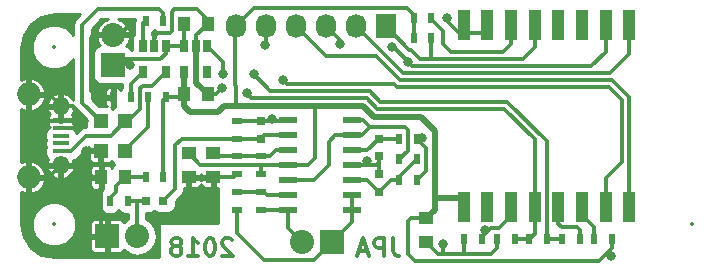
<source format=gbl>
G04 #@! TF.FileFunction,Copper,L2,Bot,Signal*
%FSLAX46Y46*%
G04 Gerber Fmt 4.6, Leading zero omitted, Abs format (unit mm)*
G04 Created by KiCad (PCBNEW 4.0.2+dfsg1-stable) date Mon Jul 16 14:53:24 2018*
%MOMM*%
G01*
G04 APERTURE LIST*
%ADD10C,0.350000*%
%ADD11C,0.300000*%
%ADD12R,1.100000X2.500000*%
%ADD13R,2.032000X2.032000*%
%ADD14O,2.032000X2.032000*%
%ADD15R,0.750000X0.800000*%
%ADD16R,1.000000X1.250000*%
%ADD17R,0.800000X0.750000*%
%ADD18R,1.250000X1.000000*%
%ADD19R,1.198880X1.198880*%
%ADD20R,1.727200X2.032000*%
%ADD21O,1.727200X2.032000*%
%ADD22R,1.350000X0.300000*%
%ADD23O,1.500000X1.500000*%
%ADD24O,2.000000X2.000000*%
%ADD25R,0.500000X0.900000*%
%ADD26R,0.900000X0.500000*%
%ADD27R,1.500000X0.600000*%
%ADD28R,0.650000X1.060000*%
%ADD29C,0.800000*%
%ADD30C,0.500000*%
%ADD31C,0.254000*%
%ADD32C,0.350000*%
G04 APERTURE END LIST*
D10*
D11*
X19071428Y-20321429D02*
X18999999Y-20250000D01*
X18857142Y-20178571D01*
X18499999Y-20178571D01*
X18357142Y-20250000D01*
X18285713Y-20321429D01*
X18214285Y-20464286D01*
X18214285Y-20607143D01*
X18285713Y-20821429D01*
X19142856Y-21678571D01*
X18214285Y-21678571D01*
X17285714Y-20178571D02*
X17142857Y-20178571D01*
X17000000Y-20250000D01*
X16928571Y-20321429D01*
X16857142Y-20464286D01*
X16785714Y-20750000D01*
X16785714Y-21107143D01*
X16857142Y-21392857D01*
X16928571Y-21535714D01*
X17000000Y-21607143D01*
X17142857Y-21678571D01*
X17285714Y-21678571D01*
X17428571Y-21607143D01*
X17500000Y-21535714D01*
X17571428Y-21392857D01*
X17642857Y-21107143D01*
X17642857Y-20750000D01*
X17571428Y-20464286D01*
X17500000Y-20321429D01*
X17428571Y-20250000D01*
X17285714Y-20178571D01*
X15357143Y-21678571D02*
X16214286Y-21678571D01*
X15785714Y-21678571D02*
X15785714Y-20178571D01*
X15928571Y-20392857D01*
X16071429Y-20535714D01*
X16214286Y-20607143D01*
X14500000Y-20821429D02*
X14642858Y-20750000D01*
X14714286Y-20678571D01*
X14785715Y-20535714D01*
X14785715Y-20464286D01*
X14714286Y-20321429D01*
X14642858Y-20250000D01*
X14500000Y-20178571D01*
X14214286Y-20178571D01*
X14071429Y-20250000D01*
X14000000Y-20321429D01*
X13928572Y-20464286D01*
X13928572Y-20535714D01*
X14000000Y-20678571D01*
X14071429Y-20750000D01*
X14214286Y-20821429D01*
X14500000Y-20821429D01*
X14642858Y-20892857D01*
X14714286Y-20964286D01*
X14785715Y-21107143D01*
X14785715Y-21392857D01*
X14714286Y-21535714D01*
X14642858Y-21607143D01*
X14500000Y-21678571D01*
X14214286Y-21678571D01*
X14071429Y-21607143D01*
X14000000Y-21535714D01*
X13928572Y-21392857D01*
X13928572Y-21107143D01*
X14000000Y-20964286D01*
X14071429Y-20892857D01*
X14214286Y-20821429D01*
X32678571Y-20178571D02*
X32678571Y-21250000D01*
X32749999Y-21464286D01*
X32892856Y-21607143D01*
X33107142Y-21678571D01*
X33249999Y-21678571D01*
X31964285Y-21678571D02*
X31964285Y-20178571D01*
X31392857Y-20178571D01*
X31249999Y-20250000D01*
X31178571Y-20321429D01*
X31107142Y-20464286D01*
X31107142Y-20678571D01*
X31178571Y-20821429D01*
X31249999Y-20892857D01*
X31392857Y-20964286D01*
X31964285Y-20964286D01*
X30535714Y-21250000D02*
X29821428Y-21250000D01*
X30678571Y-21678571D02*
X30178571Y-20178571D01*
X29678571Y-21678571D01*
D12*
X52700000Y-17500000D03*
X50700000Y-17500000D03*
X48700000Y-17500000D03*
X46700000Y-17500000D03*
X44700000Y-17500000D03*
X42700000Y-17500000D03*
X40700000Y-17500000D03*
X38700000Y-17500000D03*
X38700000Y-2100000D03*
X40700000Y-2100000D03*
X42700000Y-2100000D03*
X44700000Y-2100000D03*
X46700000Y-2100000D03*
X48700000Y-2100000D03*
X50700000Y-2100000D03*
X52700000Y-2100000D03*
D13*
X9000000Y-5500000D03*
D14*
X9000000Y-2960000D03*
D15*
X31500000Y-11750000D03*
X31500000Y-13250000D03*
D16*
X10000000Y-15000000D03*
X8000000Y-15000000D03*
D17*
X13250000Y-17000000D03*
X11750000Y-17000000D03*
D15*
X31500000Y-16250000D03*
X31500000Y-14750000D03*
D18*
X17500000Y-13000000D03*
X17500000Y-15000000D03*
D15*
X21500000Y-10250000D03*
X21500000Y-11750000D03*
D16*
X17000000Y-2000000D03*
X15000000Y-2000000D03*
X17000000Y-8000000D03*
X15000000Y-8000000D03*
D19*
X10049020Y-10250000D03*
X7950980Y-10250000D03*
X10049020Y-12750000D03*
X7950980Y-12750000D03*
D13*
X8500000Y-20000000D03*
D14*
X11040000Y-20000000D03*
D20*
X32100000Y-2200000D03*
D21*
X29560000Y-2200000D03*
X27020000Y-2200000D03*
X24480000Y-2200000D03*
X21940000Y-2200000D03*
X19400000Y-2200000D03*
D22*
X4562540Y-12800900D03*
X4562540Y-12150900D03*
X4562540Y-11500900D03*
X4562540Y-10850900D03*
X4562540Y-10200900D03*
D23*
X4562540Y-14000900D03*
X4562540Y-9000900D03*
D24*
X1862540Y-15000900D03*
X1862540Y-8000900D03*
D25*
X11750000Y-15000000D03*
X13250000Y-15000000D03*
X10250000Y-17000000D03*
X8750000Y-17000000D03*
X34750000Y-15250000D03*
X33250000Y-15250000D03*
X49750000Y-20250000D03*
X51250000Y-20250000D03*
D26*
X21500000Y-13250000D03*
X21500000Y-14750000D03*
X19500000Y-14750000D03*
X19500000Y-13250000D03*
D25*
X34750000Y-13500000D03*
X33250000Y-13500000D03*
D26*
X19500000Y-11750000D03*
X19500000Y-10250000D03*
X19500000Y-16250000D03*
X19500000Y-17750000D03*
X21500000Y-16250000D03*
X21500000Y-17750000D03*
D25*
X34450000Y-3200000D03*
X35950000Y-3200000D03*
X34450000Y-1500000D03*
X35950000Y-1500000D03*
X38750000Y-20250000D03*
X40250000Y-20250000D03*
X41500000Y-20250000D03*
X43000000Y-20250000D03*
X44250000Y-20250000D03*
X45750000Y-20250000D03*
X47000000Y-20250000D03*
X48500000Y-20250000D03*
X11750000Y-1750000D03*
X13250000Y-1750000D03*
X9000000Y-8250000D03*
X10500000Y-8250000D03*
X12000000Y-8250000D03*
X13500000Y-8250000D03*
D13*
X27500000Y-20500000D03*
D14*
X24960000Y-20500000D03*
D27*
X23800000Y-17810000D03*
X23800000Y-16540000D03*
X23800000Y-15270000D03*
X23800000Y-14000000D03*
X23800000Y-12730000D03*
X23800000Y-11460000D03*
X23800000Y-10190000D03*
X29200000Y-10190000D03*
X29200000Y-11460000D03*
X29200000Y-12730000D03*
X29200000Y-14000000D03*
X29200000Y-15270000D03*
X29200000Y-16540000D03*
X29200000Y-17810000D03*
D28*
X15050000Y-3900000D03*
X16000000Y-3900000D03*
X16950000Y-3900000D03*
X16950000Y-6100000D03*
X15050000Y-6100000D03*
X11550000Y-3900000D03*
X12500000Y-3900000D03*
X13450000Y-3900000D03*
X13450000Y-6100000D03*
X11550000Y-6100000D03*
D25*
X33250000Y-11750000D03*
X34750000Y-11750000D03*
D18*
X35500000Y-18500000D03*
X35500000Y-20500000D03*
X15400000Y-13000000D03*
X15400000Y-15000000D03*
D29*
X10400000Y-5500000D03*
X37250000Y-1500000D03*
X30500000Y-13600000D03*
X36900000Y-20700000D03*
X21900000Y-3800000D03*
X10500000Y-2000000D03*
X18250000Y-7500000D03*
X17500000Y-16750000D03*
X6750000Y-12750000D03*
X6500000Y-10250000D03*
X22500000Y-10100000D03*
X23400000Y-6800000D03*
X51200000Y-21700000D03*
X35200000Y-11700000D03*
X32600000Y-4000000D03*
X28250000Y-3750000D03*
X34000000Y-5250000D03*
X20300000Y-7900000D03*
X20900000Y-6300000D03*
X18300000Y-6300000D03*
X40500000Y-19500000D03*
D11*
X10400000Y-5500000D02*
X9950000Y-5050000D01*
X9950000Y-5050000D02*
X10000000Y-5000000D01*
X10000000Y-5000000D02*
X9000000Y-5500000D01*
X9000000Y-5500000D02*
X9500000Y-5500000D01*
X9500000Y-5500000D02*
X10000000Y-5000000D01*
X10000000Y-5000000D02*
X13000000Y-5000000D01*
X13000000Y-5000000D02*
X13450000Y-4550000D01*
X13450000Y-4550000D02*
X13450000Y-3900000D01*
X13450000Y-3900000D02*
X14300000Y-3900000D01*
X14300000Y-3900000D02*
X15050000Y-3900000D01*
X15000000Y-2000000D02*
X15000000Y-3850000D01*
X15000000Y-3850000D02*
X15050000Y-3900000D01*
X40700000Y-2800000D02*
X38700000Y-2800000D01*
X38700000Y-2800000D02*
X38300000Y-2800000D01*
X38300000Y-2800000D02*
X37250000Y-1750000D01*
X37250000Y-1750000D02*
X37250000Y-1500000D01*
X19500000Y-14750000D02*
X19250000Y-15000000D01*
X19250000Y-15000000D02*
X17500000Y-15000000D01*
X15400000Y-15000000D02*
X17500000Y-15000000D01*
X9000000Y-8250000D02*
X7650000Y-8250000D01*
X7340000Y-2960000D02*
X9000000Y-2960000D01*
X7100000Y-3200000D02*
X7340000Y-2960000D01*
X7100000Y-7700000D02*
X7100000Y-3200000D01*
X7650000Y-8250000D02*
X7100000Y-7700000D01*
X30500000Y-14000000D02*
X30500000Y-13600000D01*
X36900000Y-21500000D02*
X36900000Y-20700000D01*
X21940000Y-2200000D02*
X21940000Y-3760000D01*
X21940000Y-3760000D02*
X21900000Y-3800000D01*
X12500000Y-3900000D02*
X12500000Y-3100000D01*
X16100000Y-800000D02*
X17000000Y-1700000D01*
X14200000Y-800000D02*
X16100000Y-800000D01*
X14000000Y-1000000D02*
X14200000Y-800000D01*
X14000000Y-2600000D02*
X14000000Y-1000000D01*
X13800000Y-2800000D02*
X14000000Y-2600000D01*
X12800000Y-2800000D02*
X13800000Y-2800000D01*
X12500000Y-3100000D02*
X12800000Y-2800000D01*
X17000000Y-1700000D02*
X17000000Y-2000000D01*
X9000000Y-2960000D02*
X9540000Y-2960000D01*
X9540000Y-2960000D02*
X10500000Y-2000000D01*
X17000000Y-8000000D02*
X17750000Y-8000000D01*
X17750000Y-8000000D02*
X18250000Y-7500000D01*
X17500000Y-15500000D02*
X17500000Y-16750000D01*
X4562540Y-14000900D02*
X5499100Y-14000900D01*
X6750000Y-12750000D02*
X7950980Y-12750000D01*
X5499100Y-14000900D02*
X6750000Y-12750000D01*
X6250000Y-10200900D02*
X6450900Y-10200900D01*
X6450900Y-10200900D02*
X6500000Y-10250000D01*
D30*
X17000000Y-8000000D02*
X16000000Y-7000000D01*
X16000000Y-7000000D02*
X16000000Y-3900000D01*
D11*
X7950980Y-12750000D02*
X7950980Y-14950980D01*
X7950980Y-14950980D02*
X8000000Y-15000000D01*
X5950900Y-10200900D02*
X6250000Y-10200900D01*
X4562540Y-10200900D02*
X5950900Y-10200900D01*
X6250000Y-10200900D02*
X6250000Y-10250000D01*
X6250000Y-10500000D02*
X6250000Y-10250000D01*
X6250000Y-10250000D02*
X6250000Y-9650000D01*
X6250000Y-10500000D02*
X6250000Y-10750000D01*
X6250000Y-10750000D02*
X6149100Y-10850900D01*
X4562540Y-10850900D02*
X6149100Y-10850900D01*
X5600900Y-9000900D02*
X4562540Y-9000900D01*
X6250000Y-9650000D02*
X5600900Y-9000900D01*
X1862540Y-8000900D02*
X1862540Y-15000900D01*
X1862540Y-15000900D02*
X3562540Y-15000900D01*
X3562540Y-15000900D02*
X4562540Y-14000900D01*
X1862540Y-8000900D02*
X3562540Y-8000900D01*
X3562540Y-8000900D02*
X4562540Y-9000900D01*
X38750000Y-20250000D02*
X38750000Y-21500000D01*
X41500000Y-20250000D02*
X41500000Y-21000000D01*
X36500000Y-21500000D02*
X35500000Y-20500000D01*
X41000000Y-21500000D02*
X38750000Y-21500000D01*
X38750000Y-21500000D02*
X36900000Y-21500000D01*
X36900000Y-21500000D02*
X36500000Y-21500000D01*
X41500000Y-21000000D02*
X41000000Y-21500000D01*
X31500000Y-14750000D02*
X31500000Y-13250000D01*
X29200000Y-14000000D02*
X30500000Y-14000000D01*
X30500000Y-14000000D02*
X31250000Y-14000000D01*
X31500000Y-13750000D02*
X31500000Y-13250000D01*
X31250000Y-14000000D02*
X31500000Y-13750000D01*
X8000000Y-15000000D02*
X8000000Y-19500000D01*
X8000000Y-19500000D02*
X8500000Y-20000000D01*
X16000000Y-3900000D02*
X16000000Y-3000000D01*
X16000000Y-3000000D02*
X17000000Y-2000000D01*
X29200000Y-12730000D02*
X30520000Y-12730000D01*
X30520000Y-12730000D02*
X31500000Y-11750000D01*
X33250000Y-11750000D02*
X31500000Y-11750000D01*
X13250000Y-17000000D02*
X14250000Y-16000000D01*
X14800000Y-11750000D02*
X19500000Y-11750000D01*
X14250000Y-12300000D02*
X14800000Y-11750000D01*
X14250000Y-16000000D02*
X14250000Y-12300000D01*
X21500000Y-11750000D02*
X21790000Y-11460000D01*
X21790000Y-11460000D02*
X23800000Y-11460000D01*
X19500000Y-11750000D02*
X20250000Y-11750000D01*
X20250000Y-11750000D02*
X21500000Y-11750000D01*
X11040000Y-20000000D02*
X11040000Y-17000000D01*
X11040000Y-17000000D02*
X11000000Y-17000000D01*
X10250000Y-17000000D02*
X11000000Y-17000000D01*
X11000000Y-17000000D02*
X11750000Y-17000000D01*
X31500000Y-16250000D02*
X32500000Y-15250000D01*
X32500000Y-15250000D02*
X33250000Y-15250000D01*
X29200000Y-15270000D02*
X30520000Y-15270000D01*
X30520000Y-15270000D02*
X31500000Y-16250000D01*
X33250000Y-15250000D02*
X33250000Y-15000000D01*
X33250000Y-15000000D02*
X34750000Y-13500000D01*
X23800000Y-12730000D02*
X22770000Y-12730000D01*
X22250000Y-13250000D02*
X21500000Y-13250000D01*
X22770000Y-12730000D02*
X22250000Y-13250000D01*
X19500000Y-13250000D02*
X21500000Y-13250000D01*
X17750000Y-13250000D02*
X19500000Y-13250000D01*
X33051232Y-7360008D02*
X32821218Y-7129994D01*
X22500000Y-10100000D02*
X22500000Y-10250000D01*
X23729994Y-7129994D02*
X23400000Y-6800000D01*
X32821218Y-7129994D02*
X23729994Y-7129994D01*
X22500000Y-10250000D02*
X22500000Y-10300000D01*
X22500000Y-10300000D02*
X22500000Y-10250000D01*
X49110008Y-7360008D02*
X51025620Y-7360008D01*
X52109998Y-13690002D02*
X50700000Y-15100000D01*
X52109998Y-8444386D02*
X52109998Y-13690002D01*
X51025620Y-7360008D02*
X52109998Y-8444386D01*
X35139992Y-7360008D02*
X33051232Y-7360008D01*
X49110008Y-7360008D02*
X35139992Y-7360008D01*
X50700000Y-16800000D02*
X50700000Y-15100000D01*
X21500000Y-10250000D02*
X19500000Y-10250000D01*
X23800000Y-10190000D02*
X23740000Y-10250000D01*
X23740000Y-10250000D02*
X22500000Y-10250000D01*
X22500000Y-10250000D02*
X21500000Y-10250000D01*
X50900000Y-21400000D02*
X50900000Y-21350000D01*
X50875000Y-21375000D02*
X50900000Y-21400000D01*
X51200000Y-21700000D02*
X50875000Y-21375000D01*
D30*
X30100000Y-9000000D02*
X30200000Y-9000000D01*
X30200000Y-9000000D02*
X30700000Y-9500000D01*
X26100000Y-9000000D02*
X30100000Y-9000000D01*
X30700000Y-9500000D02*
X31100000Y-9900000D01*
X35050000Y-9900000D02*
X36250000Y-11100000D01*
X36250000Y-11750000D02*
X36250000Y-17000000D01*
X36250000Y-11100000D02*
X36250000Y-11750000D01*
X31100000Y-9900000D02*
X35050000Y-9900000D01*
D11*
X19400000Y-2200000D02*
X19300000Y-2300000D01*
X19300000Y-7200000D02*
X19400000Y-7300000D01*
X19300000Y-2300000D02*
X19300000Y-7200000D01*
X19400000Y-7300000D02*
X19400000Y-9000000D01*
X19400000Y-9000000D02*
X19400000Y-8900000D01*
X19400000Y-8900000D02*
X19400000Y-9000000D01*
X23800000Y-14000000D02*
X25500000Y-14000000D01*
X26100000Y-13400000D02*
X26100000Y-9000000D01*
X25500000Y-14000000D02*
X26100000Y-13400000D01*
D30*
X15500000Y-9500000D02*
X17900000Y-9500000D01*
X15500000Y-9500000D02*
X15000000Y-9000000D01*
X15000000Y-8000000D02*
X15000000Y-9000000D01*
X18400000Y-9000000D02*
X19400000Y-9000000D01*
X17900000Y-9500000D02*
X18400000Y-9000000D01*
X19400000Y-9000000D02*
X26100000Y-9000000D01*
D11*
X21500000Y-14750000D02*
X21500000Y-14000000D01*
X23800000Y-14000000D02*
X21500000Y-14000000D01*
X21500000Y-14000000D02*
X16400000Y-14000000D01*
X16400000Y-14000000D02*
X15400000Y-13000000D01*
X19400000Y-2200000D02*
X20900000Y-700000D01*
X33900000Y-700000D02*
X34450000Y-1250000D01*
X20900000Y-700000D02*
X33900000Y-700000D01*
X34450000Y-1250000D02*
X34450000Y-1500000D01*
X34450000Y-3200000D02*
X34450000Y-1500000D01*
X21750000Y-14750000D02*
X21500000Y-14750000D01*
X13250000Y-15000000D02*
X13250000Y-8500000D01*
X13250000Y-8500000D02*
X13500000Y-8250000D01*
D30*
X36250000Y-17000000D02*
X36250000Y-17750000D01*
X36250000Y-17750000D02*
X35500000Y-18500000D01*
X36450000Y-16800000D02*
X38700000Y-16800000D01*
X36250000Y-17000000D02*
X36450000Y-16800000D01*
D11*
X34250000Y-18500000D02*
X35500000Y-18500000D01*
X34000000Y-18750000D02*
X34250000Y-18500000D01*
X34000000Y-21500000D02*
X34000000Y-18750000D01*
X34590002Y-22090002D02*
X34000000Y-21500000D01*
X50159998Y-22090002D02*
X34590002Y-22090002D01*
X50900000Y-21350000D02*
X50159998Y-22090002D01*
X51250000Y-20250000D02*
X51250000Y-21000000D01*
X51250000Y-21000000D02*
X50900000Y-21350000D01*
X13500000Y-8250000D02*
X14750000Y-8250000D01*
X14750000Y-8250000D02*
X15000000Y-8000000D01*
D30*
X15050000Y-6100000D02*
X15050000Y-7950000D01*
D11*
X15050000Y-7950000D02*
X15000000Y-8000000D01*
X4562540Y-12800900D02*
X5449100Y-12800900D01*
X8799020Y-11500000D02*
X10049020Y-10250000D01*
X6750000Y-11500000D02*
X8799020Y-11500000D01*
X5449100Y-12800900D02*
X6750000Y-11500000D01*
X10049020Y-10250000D02*
X10250000Y-10250000D01*
X10250000Y-10250000D02*
X11250000Y-9250000D01*
X11250000Y-9250000D02*
X11250000Y-7500000D01*
X11250000Y-7500000D02*
X11500000Y-7250000D01*
X11500000Y-7250000D02*
X12300000Y-7250000D01*
X12300000Y-7250000D02*
X13450000Y-6100000D01*
X13250000Y-1750000D02*
X13250000Y-1150000D01*
X7700000Y-800000D02*
X6400000Y-2100000D01*
X12900000Y-800000D02*
X7700000Y-800000D01*
X13250000Y-1150000D02*
X12900000Y-800000D01*
X13250000Y-2000000D02*
X13250000Y-1750000D01*
X6400000Y-2100000D02*
X6400000Y-8699020D01*
X6400000Y-8699020D02*
X7950980Y-10250000D01*
X10049020Y-12750000D02*
X10049020Y-12700980D01*
X10049020Y-12700980D02*
X12000000Y-10750000D01*
X12000000Y-10750000D02*
X12000000Y-8250000D01*
X42500000Y-5000000D02*
X43700000Y-5000000D01*
X36000000Y-5000000D02*
X42500000Y-5000000D01*
X44700000Y-4000000D02*
X44700000Y-2800000D01*
X43700000Y-5000000D02*
X44700000Y-4000000D01*
X35950000Y-3200000D02*
X35950000Y-5000000D01*
X35950000Y-5000000D02*
X36000000Y-5000000D01*
X34100000Y-4200000D02*
X32100000Y-2200000D01*
X34200000Y-4200000D02*
X34100000Y-4200000D01*
X35000000Y-5000000D02*
X34200000Y-4200000D01*
X36000000Y-5000000D02*
X35000000Y-5000000D01*
X52700000Y-2800000D02*
X52700000Y-4550000D01*
X51069996Y-6180004D02*
X49319996Y-6180004D01*
X52700000Y-4550000D02*
X51069996Y-6180004D01*
X33540004Y-6180004D02*
X29560000Y-2200000D01*
X49319996Y-6180004D02*
X33540004Y-6180004D01*
X29560000Y-2200000D02*
X29560000Y-2310000D01*
X34750000Y-11750000D02*
X35150000Y-11750000D01*
X35150000Y-11750000D02*
X35200000Y-11700000D01*
X34000000Y-5250000D02*
X32750000Y-4000000D01*
X32750000Y-4000000D02*
X32600000Y-4000000D01*
X28250000Y-3430000D02*
X27020000Y-2200000D01*
X28250000Y-3750000D02*
X28250000Y-3430000D01*
X50700000Y-2800000D02*
X50700000Y-4390002D01*
X47909998Y-5590002D02*
X34340002Y-5590002D01*
X34340002Y-5590002D02*
X34000000Y-5250000D01*
X50700000Y-4390002D02*
X49500000Y-5590002D01*
X49500000Y-5590002D02*
X47909998Y-5590002D01*
X34750000Y-15250000D02*
X35500000Y-14500000D01*
X35500000Y-12500000D02*
X34750000Y-11750000D01*
X35500000Y-14500000D02*
X35500000Y-12500000D01*
X24480000Y-2200000D02*
X27030000Y-4750000D01*
X52700000Y-8200000D02*
X52700000Y-16800000D01*
X51270006Y-6770006D02*
X52700000Y-8200000D01*
X33295618Y-6770006D02*
X51270006Y-6770006D01*
X31275612Y-4750000D02*
X33295618Y-6770006D01*
X27030000Y-4750000D02*
X31275612Y-4750000D01*
X49750000Y-20250000D02*
X49750000Y-19250000D01*
X49750000Y-19250000D02*
X48700000Y-18200000D01*
X48700000Y-18200000D02*
X48700000Y-16800000D01*
X29200000Y-11460000D02*
X27790000Y-11460000D01*
X25980000Y-15270000D02*
X23800000Y-15270000D01*
X27250000Y-14000000D02*
X25980000Y-15270000D01*
X27250000Y-12000000D02*
X27250000Y-14000000D01*
X27790000Y-11460000D02*
X27250000Y-12000000D01*
X29200000Y-11460000D02*
X28790000Y-11460000D01*
X29200000Y-11460000D02*
X30040000Y-11460000D01*
X30040000Y-11460000D02*
X30750000Y-10750000D01*
X33250000Y-13500000D02*
X34000000Y-12750000D01*
X30190000Y-10190000D02*
X29200000Y-10190000D01*
X30750000Y-10750000D02*
X30190000Y-10190000D01*
X33750000Y-10750000D02*
X30750000Y-10750000D01*
X34000000Y-11000000D02*
X33750000Y-10750000D01*
X34000000Y-12750000D02*
X34000000Y-11000000D01*
X23800000Y-16540000D02*
X22040000Y-16540000D01*
X22040000Y-16540000D02*
X21750000Y-16250000D01*
X21750000Y-16250000D02*
X21500000Y-16250000D01*
X19500000Y-16250000D02*
X21500000Y-16250000D01*
X29200000Y-16540000D02*
X29200000Y-17810000D01*
X29200000Y-17810000D02*
X29200000Y-18800000D01*
X29200000Y-18800000D02*
X27500000Y-20500000D01*
X19500000Y-17750000D02*
X19500000Y-19750000D01*
X19500000Y-19750000D02*
X21750000Y-22000000D01*
X21750000Y-22000000D02*
X26000000Y-22000000D01*
X26000000Y-22000000D02*
X27500000Y-20500000D01*
X23800000Y-17810000D02*
X23800000Y-19340000D01*
X23800000Y-19340000D02*
X24960000Y-20500000D01*
X23800000Y-17810000D02*
X21560000Y-17810000D01*
X21560000Y-17810000D02*
X21500000Y-17750000D01*
X35950000Y-1500000D02*
X35950000Y-1650000D01*
X35950000Y-1650000D02*
X36900000Y-2600000D01*
X36900000Y-2600000D02*
X36900000Y-3700000D01*
X36900000Y-3700000D02*
X37609998Y-4409998D01*
X37609998Y-4409998D02*
X41990002Y-4409998D01*
X41990002Y-4409998D02*
X42700000Y-3700000D01*
X42700000Y-3700000D02*
X42700000Y-2800000D01*
X20709998Y-8309998D02*
X20300000Y-7900000D01*
X30485808Y-8309998D02*
X20709998Y-8309998D01*
X31385808Y-9209998D02*
X30485808Y-8309998D01*
X42109998Y-9209998D02*
X31385808Y-9209998D01*
X44700000Y-11800000D02*
X42109998Y-9209998D01*
X44700000Y-16800000D02*
X44700000Y-11800000D01*
X44700000Y-16800000D02*
X44700000Y-19800000D01*
X44700000Y-19800000D02*
X44250000Y-20250000D01*
X43000000Y-20250000D02*
X43750000Y-20250000D01*
X43750000Y-20250000D02*
X44250000Y-20250000D01*
X22300000Y-7719996D02*
X22300000Y-7700000D01*
X22300000Y-7700000D02*
X20900000Y-6300000D01*
X16950000Y-3900000D02*
X18300000Y-5250000D01*
X45700000Y-11965612D02*
X45700000Y-20200000D01*
X42354384Y-8619996D02*
X45700000Y-11965612D01*
X31630194Y-8619996D02*
X42354384Y-8619996D01*
X30730194Y-7719996D02*
X31630194Y-8619996D01*
X22300000Y-7719996D02*
X30730194Y-7719996D01*
X18300000Y-5250000D02*
X18300000Y-6300000D01*
X45700000Y-20200000D02*
X45750000Y-20250000D01*
X45700000Y-20200000D02*
X45750000Y-20250000D01*
X47000000Y-20250000D02*
X45750000Y-20250000D01*
X46700000Y-16800000D02*
X46700000Y-18950000D01*
X48500000Y-19500000D02*
X48500000Y-20250000D01*
X48250000Y-19250000D02*
X48500000Y-19500000D01*
X47000000Y-19250000D02*
X48250000Y-19250000D01*
X46700000Y-18950000D02*
X47000000Y-19250000D01*
X11550000Y-3900000D02*
X11550000Y-1950000D01*
X11550000Y-1950000D02*
X11750000Y-1750000D01*
X10500000Y-8250000D02*
X10500000Y-7150000D01*
X10500000Y-7150000D02*
X11550000Y-6100000D01*
X40600000Y-19600000D02*
X40600000Y-19700000D01*
X40650000Y-19650000D02*
X40600000Y-19600000D01*
X40500000Y-19500000D02*
X40650000Y-19650000D01*
X40250000Y-20250000D02*
X40250000Y-20050000D01*
X40250000Y-20050000D02*
X40600000Y-19700000D01*
X40600000Y-19700000D02*
X41000000Y-19300000D01*
X41700000Y-19300000D02*
X42700000Y-18300000D01*
X41000000Y-19300000D02*
X41700000Y-19300000D01*
X42700000Y-18300000D02*
X42700000Y-16800000D01*
X40250000Y-20250000D02*
X40250000Y-20000000D01*
X10000000Y-15000000D02*
X11750000Y-15000000D01*
X8750000Y-17000000D02*
X8750000Y-16750000D01*
X8750000Y-16750000D02*
X9250000Y-16250000D01*
X9250000Y-16250000D02*
X9250000Y-15750000D01*
X9250000Y-15750000D02*
X10000000Y-15000000D01*
D31*
G36*
X5850578Y-1550578D02*
X5682146Y-1802655D01*
X5623000Y-2100000D01*
X5623000Y-3012766D01*
X5592171Y-2938154D01*
X5064624Y-2409684D01*
X4374996Y-2123326D01*
X3628280Y-2122675D01*
X2938154Y-2407829D01*
X2409684Y-2935376D01*
X2123326Y-3625004D01*
X2122675Y-4371720D01*
X2407829Y-5061846D01*
X2935376Y-5590316D01*
X3625004Y-5876674D01*
X4371720Y-5877325D01*
X5061846Y-5592171D01*
X5590316Y-5064624D01*
X5623000Y-4985912D01*
X5623000Y-8510376D01*
X5583852Y-8415855D01*
X5282222Y-8069550D01*
X4871027Y-7865034D01*
X4689540Y-7937510D01*
X4689540Y-8873900D01*
X4709540Y-8873900D01*
X4709540Y-9127900D01*
X4689540Y-9127900D01*
X4689540Y-10125900D01*
X4843817Y-10125900D01*
X4871027Y-10136766D01*
X4892874Y-10125900D01*
X5557790Y-10125900D01*
X5664540Y-10019150D01*
X5664540Y-9965964D01*
X5599533Y-9809024D01*
X5487303Y-9696794D01*
X5583852Y-9585945D01*
X5698395Y-9309385D01*
X5625229Y-9127902D01*
X5739540Y-9127902D01*
X5739540Y-9082261D01*
X5850578Y-9248442D01*
X6712257Y-10110121D01*
X6712257Y-10730508D01*
X6452655Y-10782146D01*
X6200578Y-10950578D01*
X5864698Y-11286458D01*
X5833103Y-11118548D01*
X5695783Y-10905147D01*
X5506625Y-10775900D01*
X5557790Y-10775900D01*
X5664540Y-10669150D01*
X5664540Y-10615964D01*
X5627234Y-10525900D01*
X5664540Y-10435836D01*
X5664540Y-10382650D01*
X5557790Y-10275900D01*
X5327303Y-10275900D01*
X5322475Y-10273900D01*
X4796290Y-10273900D01*
X4794290Y-10275900D01*
X4689540Y-10275900D01*
X4689540Y-10347900D01*
X4435540Y-10347900D01*
X4435540Y-10275900D01*
X4330790Y-10275900D01*
X4328790Y-10273900D01*
X3802605Y-10273900D01*
X3797777Y-10275900D01*
X3567290Y-10275900D01*
X3460540Y-10382650D01*
X3460540Y-10435836D01*
X3497846Y-10525900D01*
X3460540Y-10615964D01*
X3460540Y-10669150D01*
X3567290Y-10775900D01*
X3623232Y-10775900D01*
X3441787Y-10892657D01*
X3298623Y-11102183D01*
X3248257Y-11350900D01*
X3248257Y-11650900D01*
X3282394Y-11832324D01*
X3248257Y-12000900D01*
X3248257Y-12300900D01*
X3282394Y-12482324D01*
X3248257Y-12650900D01*
X3248257Y-12950900D01*
X3291977Y-13183252D01*
X3429297Y-13396653D01*
X3522738Y-13460499D01*
X3426685Y-13692415D01*
X3499852Y-13873900D01*
X4435540Y-13873900D01*
X4435540Y-13853900D01*
X4689540Y-13853900D01*
X4689540Y-13873900D01*
X5625228Y-13873900D01*
X5698395Y-13692415D01*
X5635601Y-13540802D01*
X5746445Y-13518754D01*
X5998522Y-13350322D01*
X6365094Y-12983750D01*
X6924540Y-12983750D01*
X6924540Y-13434376D01*
X6989547Y-13591316D01*
X7109664Y-13711433D01*
X7266605Y-13776440D01*
X7717230Y-13776440D01*
X7823980Y-13669690D01*
X7823980Y-12877000D01*
X7031290Y-12877000D01*
X6924540Y-12983750D01*
X6365094Y-12983750D01*
X6924540Y-12424304D01*
X6924540Y-12516250D01*
X7031290Y-12623000D01*
X7823980Y-12623000D01*
X7823980Y-12603000D01*
X8077980Y-12603000D01*
X8077980Y-12623000D01*
X8097980Y-12623000D01*
X8097980Y-12877000D01*
X8077980Y-12877000D01*
X8077980Y-13669690D01*
X8184730Y-13776440D01*
X8635355Y-13776440D01*
X8792296Y-13711433D01*
X8880610Y-13623119D01*
X8991337Y-13795193D01*
X9113473Y-13878646D01*
X9054247Y-13916757D01*
X8911083Y-14126283D01*
X8894034Y-14210476D01*
X8861993Y-14133124D01*
X8741876Y-14013007D01*
X8584935Y-13948000D01*
X8233750Y-13948000D01*
X8127000Y-14054750D01*
X8127000Y-14873000D01*
X8147000Y-14873000D01*
X8147000Y-15127000D01*
X8127000Y-15127000D01*
X8127000Y-15945250D01*
X8187659Y-16005909D01*
X8054247Y-16091757D01*
X7911083Y-16301283D01*
X7860717Y-16550000D01*
X7860717Y-17450000D01*
X7904437Y-17682352D01*
X8041757Y-17895753D01*
X8251283Y-18038917D01*
X8500000Y-18089283D01*
X9000000Y-18089283D01*
X9232352Y-18045563D01*
X9445753Y-17908243D01*
X9499334Y-17829826D01*
X9541757Y-17895753D01*
X9751283Y-18038917D01*
X10000000Y-18089283D01*
X10263000Y-18089283D01*
X10263000Y-18548936D01*
X9898778Y-18792303D01*
X9877993Y-18742124D01*
X9757876Y-18622007D01*
X9600936Y-18557000D01*
X8733750Y-18557000D01*
X8627000Y-18663750D01*
X8627000Y-19873000D01*
X8647000Y-19873000D01*
X8647000Y-20127000D01*
X8627000Y-20127000D01*
X8627000Y-21336250D01*
X8733750Y-21443000D01*
X9600936Y-21443000D01*
X9757876Y-21377993D01*
X9877993Y-21257876D01*
X9898778Y-21207697D01*
X10411251Y-21550122D01*
X11040000Y-21675188D01*
X11668749Y-21550122D01*
X12201776Y-21193964D01*
X12557934Y-20660937D01*
X12683000Y-20032188D01*
X12683000Y-19967812D01*
X12557934Y-19339063D01*
X12201776Y-18806036D01*
X11817000Y-18548936D01*
X11817000Y-18014283D01*
X12150000Y-18014283D01*
X12382352Y-17970563D01*
X12500110Y-17894788D01*
X12601283Y-17963917D01*
X12850000Y-18014283D01*
X13650000Y-18014283D01*
X13882352Y-17970563D01*
X14095753Y-17833243D01*
X14238917Y-17623717D01*
X14289283Y-17375000D01*
X14289283Y-17059561D01*
X14799422Y-16549422D01*
X14865467Y-16450578D01*
X14967854Y-16297345D01*
X15027000Y-16000000D01*
X15027000Y-15927000D01*
X15166250Y-15927000D01*
X15273000Y-15820250D01*
X15273000Y-15127000D01*
X15527000Y-15127000D01*
X15527000Y-15820250D01*
X15633750Y-15927000D01*
X16109936Y-15927000D01*
X16266876Y-15861993D01*
X16386993Y-15741876D01*
X16450000Y-15589763D01*
X16513007Y-15741876D01*
X16633124Y-15861993D01*
X16790064Y-15927000D01*
X17266250Y-15927000D01*
X17373000Y-15820250D01*
X17373000Y-15127000D01*
X16554750Y-15127000D01*
X16450000Y-15231750D01*
X16345250Y-15127000D01*
X15527000Y-15127000D01*
X15273000Y-15127000D01*
X15253000Y-15127000D01*
X15253000Y-14873000D01*
X15273000Y-14873000D01*
X15273000Y-14853000D01*
X15527000Y-14853000D01*
X15527000Y-14873000D01*
X16345250Y-14873000D01*
X16441250Y-14777000D01*
X16458750Y-14777000D01*
X16554750Y-14873000D01*
X17373000Y-14873000D01*
X17373000Y-14853000D01*
X17627000Y-14853000D01*
X17627000Y-14873000D01*
X17647000Y-14873000D01*
X17647000Y-15127000D01*
X17627000Y-15127000D01*
X17627000Y-15820250D01*
X17733750Y-15927000D01*
X17873000Y-15927000D01*
X17873000Y-18873000D01*
X12865858Y-18873000D01*
X12865858Y-21798000D01*
X4069139Y-21798000D01*
X2934515Y-21572309D01*
X2031240Y-20968760D01*
X1427691Y-20065485D01*
X1289693Y-19371720D01*
X2122675Y-19371720D01*
X2407829Y-20061846D01*
X2935376Y-20590316D01*
X3625004Y-20876674D01*
X4371720Y-20877325D01*
X5061846Y-20592171D01*
X5420894Y-20233750D01*
X7057000Y-20233750D01*
X7057000Y-21100935D01*
X7122007Y-21257876D01*
X7242124Y-21377993D01*
X7399064Y-21443000D01*
X8266250Y-21443000D01*
X8373000Y-21336250D01*
X8373000Y-20127000D01*
X7163750Y-20127000D01*
X7057000Y-20233750D01*
X5420894Y-20233750D01*
X5590316Y-20064624D01*
X5876674Y-19374996D01*
X5877088Y-18899065D01*
X7057000Y-18899065D01*
X7057000Y-19766250D01*
X7163750Y-19873000D01*
X8373000Y-19873000D01*
X8373000Y-18663750D01*
X8266250Y-18557000D01*
X7399064Y-18557000D01*
X7242124Y-18622007D01*
X7122007Y-18742124D01*
X7057000Y-18899065D01*
X5877088Y-18899065D01*
X5877325Y-18628280D01*
X5592171Y-17938154D01*
X5064624Y-17409684D01*
X4374996Y-17123326D01*
X3628280Y-17122675D01*
X2938154Y-17407829D01*
X2409684Y-17935376D01*
X2123326Y-18625004D01*
X2122675Y-19371720D01*
X1289693Y-19371720D01*
X1202000Y-18930860D01*
X1202000Y-16236669D01*
X1514756Y-16384881D01*
X1735540Y-16315497D01*
X1735540Y-15127900D01*
X1989540Y-15127900D01*
X1989540Y-16315497D01*
X2210324Y-16384881D01*
X2713477Y-16146441D01*
X3087083Y-15733602D01*
X3246511Y-15348683D01*
X3210153Y-15233750D01*
X7073000Y-15233750D01*
X7073000Y-15709936D01*
X7138007Y-15866876D01*
X7258124Y-15986993D01*
X7415065Y-16052000D01*
X7766250Y-16052000D01*
X7873000Y-15945250D01*
X7873000Y-15127000D01*
X7179750Y-15127000D01*
X7073000Y-15233750D01*
X3210153Y-15233750D01*
X3176667Y-15127900D01*
X1989540Y-15127900D01*
X1735540Y-15127900D01*
X1715540Y-15127900D01*
X1715540Y-14873900D01*
X1735540Y-14873900D01*
X1735540Y-13686303D01*
X1989540Y-13686303D01*
X1989540Y-14873900D01*
X3176667Y-14873900D01*
X3246511Y-14653117D01*
X3104143Y-14309385D01*
X3426685Y-14309385D01*
X3541228Y-14585945D01*
X3842858Y-14932250D01*
X4254053Y-15136766D01*
X4435540Y-15064290D01*
X4435540Y-14127900D01*
X4689540Y-14127900D01*
X4689540Y-15064290D01*
X4871027Y-15136766D01*
X5282222Y-14932250D01*
X5583852Y-14585945D01*
X5698395Y-14309385D01*
X5690606Y-14290064D01*
X7073000Y-14290064D01*
X7073000Y-14766250D01*
X7179750Y-14873000D01*
X7873000Y-14873000D01*
X7873000Y-14054750D01*
X7766250Y-13948000D01*
X7415065Y-13948000D01*
X7258124Y-14013007D01*
X7138007Y-14133124D01*
X7073000Y-14290064D01*
X5690606Y-14290064D01*
X5625228Y-14127900D01*
X4689540Y-14127900D01*
X4435540Y-14127900D01*
X3499852Y-14127900D01*
X3426685Y-14309385D01*
X3104143Y-14309385D01*
X3087083Y-14268198D01*
X2713477Y-13855359D01*
X2210324Y-13616919D01*
X1989540Y-13686303D01*
X1735540Y-13686303D01*
X1514756Y-13616919D01*
X1202000Y-13765131D01*
X1202000Y-9236669D01*
X1514756Y-9384881D01*
X1735540Y-9315497D01*
X1735540Y-8127900D01*
X1989540Y-8127900D01*
X1989540Y-9315497D01*
X2210324Y-9384881D01*
X2369634Y-9309385D01*
X3426685Y-9309385D01*
X3541228Y-9585945D01*
X3637777Y-9696794D01*
X3525547Y-9809024D01*
X3460540Y-9965964D01*
X3460540Y-10019150D01*
X3567290Y-10125900D01*
X4232206Y-10125900D01*
X4254053Y-10136766D01*
X4281263Y-10125900D01*
X4435540Y-10125900D01*
X4435540Y-9127900D01*
X3499852Y-9127900D01*
X3426685Y-9309385D01*
X2369634Y-9309385D01*
X2713477Y-9146441D01*
X3087083Y-8733602D01*
X3104142Y-8692415D01*
X3426685Y-8692415D01*
X3499852Y-8873900D01*
X4435540Y-8873900D01*
X4435540Y-7937510D01*
X4254053Y-7865034D01*
X3842858Y-8069550D01*
X3541228Y-8415855D01*
X3426685Y-8692415D01*
X3104142Y-8692415D01*
X3246511Y-8348683D01*
X3176667Y-8127900D01*
X1989540Y-8127900D01*
X1735540Y-8127900D01*
X1715540Y-8127900D01*
X1715540Y-7873900D01*
X1735540Y-7873900D01*
X1735540Y-6686303D01*
X1989540Y-6686303D01*
X1989540Y-7873900D01*
X3176667Y-7873900D01*
X3246511Y-7653117D01*
X3087083Y-7268198D01*
X2713477Y-6855359D01*
X2210324Y-6616919D01*
X1989540Y-6686303D01*
X1735540Y-6686303D01*
X1514756Y-6616919D01*
X1202000Y-6765131D01*
X1202000Y-4069140D01*
X1427691Y-2934515D01*
X2031240Y-2031240D01*
X2934515Y-1427691D01*
X4069139Y-1202000D01*
X6199156Y-1202000D01*
X5850578Y-1550578D01*
X5850578Y-1550578D01*
G37*
X5850578Y-1550578D02*
X5682146Y-1802655D01*
X5623000Y-2100000D01*
X5623000Y-3012766D01*
X5592171Y-2938154D01*
X5064624Y-2409684D01*
X4374996Y-2123326D01*
X3628280Y-2122675D01*
X2938154Y-2407829D01*
X2409684Y-2935376D01*
X2123326Y-3625004D01*
X2122675Y-4371720D01*
X2407829Y-5061846D01*
X2935376Y-5590316D01*
X3625004Y-5876674D01*
X4371720Y-5877325D01*
X5061846Y-5592171D01*
X5590316Y-5064624D01*
X5623000Y-4985912D01*
X5623000Y-8510376D01*
X5583852Y-8415855D01*
X5282222Y-8069550D01*
X4871027Y-7865034D01*
X4689540Y-7937510D01*
X4689540Y-8873900D01*
X4709540Y-8873900D01*
X4709540Y-9127900D01*
X4689540Y-9127900D01*
X4689540Y-10125900D01*
X4843817Y-10125900D01*
X4871027Y-10136766D01*
X4892874Y-10125900D01*
X5557790Y-10125900D01*
X5664540Y-10019150D01*
X5664540Y-9965964D01*
X5599533Y-9809024D01*
X5487303Y-9696794D01*
X5583852Y-9585945D01*
X5698395Y-9309385D01*
X5625229Y-9127902D01*
X5739540Y-9127902D01*
X5739540Y-9082261D01*
X5850578Y-9248442D01*
X6712257Y-10110121D01*
X6712257Y-10730508D01*
X6452655Y-10782146D01*
X6200578Y-10950578D01*
X5864698Y-11286458D01*
X5833103Y-11118548D01*
X5695783Y-10905147D01*
X5506625Y-10775900D01*
X5557790Y-10775900D01*
X5664540Y-10669150D01*
X5664540Y-10615964D01*
X5627234Y-10525900D01*
X5664540Y-10435836D01*
X5664540Y-10382650D01*
X5557790Y-10275900D01*
X5327303Y-10275900D01*
X5322475Y-10273900D01*
X4796290Y-10273900D01*
X4794290Y-10275900D01*
X4689540Y-10275900D01*
X4689540Y-10347900D01*
X4435540Y-10347900D01*
X4435540Y-10275900D01*
X4330790Y-10275900D01*
X4328790Y-10273900D01*
X3802605Y-10273900D01*
X3797777Y-10275900D01*
X3567290Y-10275900D01*
X3460540Y-10382650D01*
X3460540Y-10435836D01*
X3497846Y-10525900D01*
X3460540Y-10615964D01*
X3460540Y-10669150D01*
X3567290Y-10775900D01*
X3623232Y-10775900D01*
X3441787Y-10892657D01*
X3298623Y-11102183D01*
X3248257Y-11350900D01*
X3248257Y-11650900D01*
X3282394Y-11832324D01*
X3248257Y-12000900D01*
X3248257Y-12300900D01*
X3282394Y-12482324D01*
X3248257Y-12650900D01*
X3248257Y-12950900D01*
X3291977Y-13183252D01*
X3429297Y-13396653D01*
X3522738Y-13460499D01*
X3426685Y-13692415D01*
X3499852Y-13873900D01*
X4435540Y-13873900D01*
X4435540Y-13853900D01*
X4689540Y-13853900D01*
X4689540Y-13873900D01*
X5625228Y-13873900D01*
X5698395Y-13692415D01*
X5635601Y-13540802D01*
X5746445Y-13518754D01*
X5998522Y-13350322D01*
X6365094Y-12983750D01*
X6924540Y-12983750D01*
X6924540Y-13434376D01*
X6989547Y-13591316D01*
X7109664Y-13711433D01*
X7266605Y-13776440D01*
X7717230Y-13776440D01*
X7823980Y-13669690D01*
X7823980Y-12877000D01*
X7031290Y-12877000D01*
X6924540Y-12983750D01*
X6365094Y-12983750D01*
X6924540Y-12424304D01*
X6924540Y-12516250D01*
X7031290Y-12623000D01*
X7823980Y-12623000D01*
X7823980Y-12603000D01*
X8077980Y-12603000D01*
X8077980Y-12623000D01*
X8097980Y-12623000D01*
X8097980Y-12877000D01*
X8077980Y-12877000D01*
X8077980Y-13669690D01*
X8184730Y-13776440D01*
X8635355Y-13776440D01*
X8792296Y-13711433D01*
X8880610Y-13623119D01*
X8991337Y-13795193D01*
X9113473Y-13878646D01*
X9054247Y-13916757D01*
X8911083Y-14126283D01*
X8894034Y-14210476D01*
X8861993Y-14133124D01*
X8741876Y-14013007D01*
X8584935Y-13948000D01*
X8233750Y-13948000D01*
X8127000Y-14054750D01*
X8127000Y-14873000D01*
X8147000Y-14873000D01*
X8147000Y-15127000D01*
X8127000Y-15127000D01*
X8127000Y-15945250D01*
X8187659Y-16005909D01*
X8054247Y-16091757D01*
X7911083Y-16301283D01*
X7860717Y-16550000D01*
X7860717Y-17450000D01*
X7904437Y-17682352D01*
X8041757Y-17895753D01*
X8251283Y-18038917D01*
X8500000Y-18089283D01*
X9000000Y-18089283D01*
X9232352Y-18045563D01*
X9445753Y-17908243D01*
X9499334Y-17829826D01*
X9541757Y-17895753D01*
X9751283Y-18038917D01*
X10000000Y-18089283D01*
X10263000Y-18089283D01*
X10263000Y-18548936D01*
X9898778Y-18792303D01*
X9877993Y-18742124D01*
X9757876Y-18622007D01*
X9600936Y-18557000D01*
X8733750Y-18557000D01*
X8627000Y-18663750D01*
X8627000Y-19873000D01*
X8647000Y-19873000D01*
X8647000Y-20127000D01*
X8627000Y-20127000D01*
X8627000Y-21336250D01*
X8733750Y-21443000D01*
X9600936Y-21443000D01*
X9757876Y-21377993D01*
X9877993Y-21257876D01*
X9898778Y-21207697D01*
X10411251Y-21550122D01*
X11040000Y-21675188D01*
X11668749Y-21550122D01*
X12201776Y-21193964D01*
X12557934Y-20660937D01*
X12683000Y-20032188D01*
X12683000Y-19967812D01*
X12557934Y-19339063D01*
X12201776Y-18806036D01*
X11817000Y-18548936D01*
X11817000Y-18014283D01*
X12150000Y-18014283D01*
X12382352Y-17970563D01*
X12500110Y-17894788D01*
X12601283Y-17963917D01*
X12850000Y-18014283D01*
X13650000Y-18014283D01*
X13882352Y-17970563D01*
X14095753Y-17833243D01*
X14238917Y-17623717D01*
X14289283Y-17375000D01*
X14289283Y-17059561D01*
X14799422Y-16549422D01*
X14865467Y-16450578D01*
X14967854Y-16297345D01*
X15027000Y-16000000D01*
X15027000Y-15927000D01*
X15166250Y-15927000D01*
X15273000Y-15820250D01*
X15273000Y-15127000D01*
X15527000Y-15127000D01*
X15527000Y-15820250D01*
X15633750Y-15927000D01*
X16109936Y-15927000D01*
X16266876Y-15861993D01*
X16386993Y-15741876D01*
X16450000Y-15589763D01*
X16513007Y-15741876D01*
X16633124Y-15861993D01*
X16790064Y-15927000D01*
X17266250Y-15927000D01*
X17373000Y-15820250D01*
X17373000Y-15127000D01*
X16554750Y-15127000D01*
X16450000Y-15231750D01*
X16345250Y-15127000D01*
X15527000Y-15127000D01*
X15273000Y-15127000D01*
X15253000Y-15127000D01*
X15253000Y-14873000D01*
X15273000Y-14873000D01*
X15273000Y-14853000D01*
X15527000Y-14853000D01*
X15527000Y-14873000D01*
X16345250Y-14873000D01*
X16441250Y-14777000D01*
X16458750Y-14777000D01*
X16554750Y-14873000D01*
X17373000Y-14873000D01*
X17373000Y-14853000D01*
X17627000Y-14853000D01*
X17627000Y-14873000D01*
X17647000Y-14873000D01*
X17647000Y-15127000D01*
X17627000Y-15127000D01*
X17627000Y-15820250D01*
X17733750Y-15927000D01*
X17873000Y-15927000D01*
X17873000Y-18873000D01*
X12865858Y-18873000D01*
X12865858Y-21798000D01*
X4069139Y-21798000D01*
X2934515Y-21572309D01*
X2031240Y-20968760D01*
X1427691Y-20065485D01*
X1289693Y-19371720D01*
X2122675Y-19371720D01*
X2407829Y-20061846D01*
X2935376Y-20590316D01*
X3625004Y-20876674D01*
X4371720Y-20877325D01*
X5061846Y-20592171D01*
X5420894Y-20233750D01*
X7057000Y-20233750D01*
X7057000Y-21100935D01*
X7122007Y-21257876D01*
X7242124Y-21377993D01*
X7399064Y-21443000D01*
X8266250Y-21443000D01*
X8373000Y-21336250D01*
X8373000Y-20127000D01*
X7163750Y-20127000D01*
X7057000Y-20233750D01*
X5420894Y-20233750D01*
X5590316Y-20064624D01*
X5876674Y-19374996D01*
X5877088Y-18899065D01*
X7057000Y-18899065D01*
X7057000Y-19766250D01*
X7163750Y-19873000D01*
X8373000Y-19873000D01*
X8373000Y-18663750D01*
X8266250Y-18557000D01*
X7399064Y-18557000D01*
X7242124Y-18622007D01*
X7122007Y-18742124D01*
X7057000Y-18899065D01*
X5877088Y-18899065D01*
X5877325Y-18628280D01*
X5592171Y-17938154D01*
X5064624Y-17409684D01*
X4374996Y-17123326D01*
X3628280Y-17122675D01*
X2938154Y-17407829D01*
X2409684Y-17935376D01*
X2123326Y-18625004D01*
X2122675Y-19371720D01*
X1289693Y-19371720D01*
X1202000Y-18930860D01*
X1202000Y-16236669D01*
X1514756Y-16384881D01*
X1735540Y-16315497D01*
X1735540Y-15127900D01*
X1989540Y-15127900D01*
X1989540Y-16315497D01*
X2210324Y-16384881D01*
X2713477Y-16146441D01*
X3087083Y-15733602D01*
X3246511Y-15348683D01*
X3210153Y-15233750D01*
X7073000Y-15233750D01*
X7073000Y-15709936D01*
X7138007Y-15866876D01*
X7258124Y-15986993D01*
X7415065Y-16052000D01*
X7766250Y-16052000D01*
X7873000Y-15945250D01*
X7873000Y-15127000D01*
X7179750Y-15127000D01*
X7073000Y-15233750D01*
X3210153Y-15233750D01*
X3176667Y-15127900D01*
X1989540Y-15127900D01*
X1735540Y-15127900D01*
X1715540Y-15127900D01*
X1715540Y-14873900D01*
X1735540Y-14873900D01*
X1735540Y-13686303D01*
X1989540Y-13686303D01*
X1989540Y-14873900D01*
X3176667Y-14873900D01*
X3246511Y-14653117D01*
X3104143Y-14309385D01*
X3426685Y-14309385D01*
X3541228Y-14585945D01*
X3842858Y-14932250D01*
X4254053Y-15136766D01*
X4435540Y-15064290D01*
X4435540Y-14127900D01*
X4689540Y-14127900D01*
X4689540Y-15064290D01*
X4871027Y-15136766D01*
X5282222Y-14932250D01*
X5583852Y-14585945D01*
X5698395Y-14309385D01*
X5690606Y-14290064D01*
X7073000Y-14290064D01*
X7073000Y-14766250D01*
X7179750Y-14873000D01*
X7873000Y-14873000D01*
X7873000Y-14054750D01*
X7766250Y-13948000D01*
X7415065Y-13948000D01*
X7258124Y-14013007D01*
X7138007Y-14133124D01*
X7073000Y-14290064D01*
X5690606Y-14290064D01*
X5625228Y-14127900D01*
X4689540Y-14127900D01*
X4435540Y-14127900D01*
X3499852Y-14127900D01*
X3426685Y-14309385D01*
X3104143Y-14309385D01*
X3087083Y-14268198D01*
X2713477Y-13855359D01*
X2210324Y-13616919D01*
X1989540Y-13686303D01*
X1735540Y-13686303D01*
X1514756Y-13616919D01*
X1202000Y-13765131D01*
X1202000Y-9236669D01*
X1514756Y-9384881D01*
X1735540Y-9315497D01*
X1735540Y-8127900D01*
X1989540Y-8127900D01*
X1989540Y-9315497D01*
X2210324Y-9384881D01*
X2369634Y-9309385D01*
X3426685Y-9309385D01*
X3541228Y-9585945D01*
X3637777Y-9696794D01*
X3525547Y-9809024D01*
X3460540Y-9965964D01*
X3460540Y-10019150D01*
X3567290Y-10125900D01*
X4232206Y-10125900D01*
X4254053Y-10136766D01*
X4281263Y-10125900D01*
X4435540Y-10125900D01*
X4435540Y-9127900D01*
X3499852Y-9127900D01*
X3426685Y-9309385D01*
X2369634Y-9309385D01*
X2713477Y-9146441D01*
X3087083Y-8733602D01*
X3104142Y-8692415D01*
X3426685Y-8692415D01*
X3499852Y-8873900D01*
X4435540Y-8873900D01*
X4435540Y-7937510D01*
X4254053Y-7865034D01*
X3842858Y-8069550D01*
X3541228Y-8415855D01*
X3426685Y-8692415D01*
X3104142Y-8692415D01*
X3246511Y-8348683D01*
X3176667Y-8127900D01*
X1989540Y-8127900D01*
X1735540Y-8127900D01*
X1715540Y-8127900D01*
X1715540Y-7873900D01*
X1735540Y-7873900D01*
X1735540Y-6686303D01*
X1989540Y-6686303D01*
X1989540Y-7873900D01*
X3176667Y-7873900D01*
X3246511Y-7653117D01*
X3087083Y-7268198D01*
X2713477Y-6855359D01*
X2210324Y-6616919D01*
X1989540Y-6686303D01*
X1735540Y-6686303D01*
X1514756Y-6616919D01*
X1202000Y-6765131D01*
X1202000Y-4069140D01*
X1427691Y-2934515D01*
X2031240Y-2031240D01*
X2934515Y-1427691D01*
X4069139Y-1202000D01*
X6199156Y-1202000D01*
X5850578Y-1550578D01*
G36*
X8140670Y-1800764D02*
X7762462Y-2217857D01*
X7600164Y-2609705D01*
X7669799Y-2833000D01*
X8873000Y-2833000D01*
X8873000Y-2813000D01*
X9127000Y-2813000D01*
X9127000Y-2833000D01*
X10330201Y-2833000D01*
X10399836Y-2609705D01*
X10237538Y-2217857D01*
X9859330Y-1800764D01*
X9385936Y-1577000D01*
X10860717Y-1577000D01*
X10860717Y-1609895D01*
X10832146Y-1652655D01*
X10773000Y-1950000D01*
X10773000Y-2920900D01*
X10636083Y-3121283D01*
X10585717Y-3370000D01*
X10585717Y-4211482D01*
X10474243Y-4038247D01*
X10264717Y-3895083D01*
X10093944Y-3860501D01*
X10237538Y-3702143D01*
X10399836Y-3310295D01*
X10330201Y-3087000D01*
X9127000Y-3087000D01*
X9127000Y-3107000D01*
X8873000Y-3107000D01*
X8873000Y-3087000D01*
X7669799Y-3087000D01*
X7600164Y-3310295D01*
X7762462Y-3702143D01*
X7905191Y-3859546D01*
X7751648Y-3888437D01*
X7538247Y-4025757D01*
X7395083Y-4235283D01*
X7344717Y-4484000D01*
X7344717Y-6516000D01*
X7388437Y-6748352D01*
X7525757Y-6961753D01*
X7735283Y-7104917D01*
X7984000Y-7155283D01*
X9723000Y-7155283D01*
X9723000Y-7460665D01*
X9661083Y-7551283D01*
X9644034Y-7635476D01*
X9611993Y-7558124D01*
X9491876Y-7438007D01*
X9334935Y-7373000D01*
X9231750Y-7373000D01*
X9125000Y-7479750D01*
X9125000Y-8123000D01*
X9147000Y-8123000D01*
X9147000Y-8377000D01*
X9125000Y-8377000D01*
X9125000Y-9020250D01*
X9182253Y-9077503D01*
X9003827Y-9192317D01*
X8999548Y-9198579D01*
X8819615Y-9075635D01*
X8875000Y-9020250D01*
X8875000Y-8377000D01*
X8429750Y-8377000D01*
X8323000Y-8483750D01*
X8323000Y-8784936D01*
X8388007Y-8941876D01*
X8457408Y-9011277D01*
X7811101Y-9011277D01*
X7177000Y-8377176D01*
X7177000Y-7715064D01*
X8323000Y-7715064D01*
X8323000Y-8016250D01*
X8429750Y-8123000D01*
X8875000Y-8123000D01*
X8875000Y-7479750D01*
X8768250Y-7373000D01*
X8665065Y-7373000D01*
X8508124Y-7438007D01*
X8388007Y-7558124D01*
X8323000Y-7715064D01*
X7177000Y-7715064D01*
X7177000Y-2421844D01*
X8021844Y-1577000D01*
X8614064Y-1577000D01*
X8140670Y-1800764D01*
X8140670Y-1800764D01*
G37*
X8140670Y-1800764D02*
X7762462Y-2217857D01*
X7600164Y-2609705D01*
X7669799Y-2833000D01*
X8873000Y-2833000D01*
X8873000Y-2813000D01*
X9127000Y-2813000D01*
X9127000Y-2833000D01*
X10330201Y-2833000D01*
X10399836Y-2609705D01*
X10237538Y-2217857D01*
X9859330Y-1800764D01*
X9385936Y-1577000D01*
X10860717Y-1577000D01*
X10860717Y-1609895D01*
X10832146Y-1652655D01*
X10773000Y-1950000D01*
X10773000Y-2920900D01*
X10636083Y-3121283D01*
X10585717Y-3370000D01*
X10585717Y-4211482D01*
X10474243Y-4038247D01*
X10264717Y-3895083D01*
X10093944Y-3860501D01*
X10237538Y-3702143D01*
X10399836Y-3310295D01*
X10330201Y-3087000D01*
X9127000Y-3087000D01*
X9127000Y-3107000D01*
X8873000Y-3107000D01*
X8873000Y-3087000D01*
X7669799Y-3087000D01*
X7600164Y-3310295D01*
X7762462Y-3702143D01*
X7905191Y-3859546D01*
X7751648Y-3888437D01*
X7538247Y-4025757D01*
X7395083Y-4235283D01*
X7344717Y-4484000D01*
X7344717Y-6516000D01*
X7388437Y-6748352D01*
X7525757Y-6961753D01*
X7735283Y-7104917D01*
X7984000Y-7155283D01*
X9723000Y-7155283D01*
X9723000Y-7460665D01*
X9661083Y-7551283D01*
X9644034Y-7635476D01*
X9611993Y-7558124D01*
X9491876Y-7438007D01*
X9334935Y-7373000D01*
X9231750Y-7373000D01*
X9125000Y-7479750D01*
X9125000Y-8123000D01*
X9147000Y-8123000D01*
X9147000Y-8377000D01*
X9125000Y-8377000D01*
X9125000Y-9020250D01*
X9182253Y-9077503D01*
X9003827Y-9192317D01*
X8999548Y-9198579D01*
X8819615Y-9075635D01*
X8875000Y-9020250D01*
X8875000Y-8377000D01*
X8429750Y-8377000D01*
X8323000Y-8483750D01*
X8323000Y-8784936D01*
X8388007Y-8941876D01*
X8457408Y-9011277D01*
X7811101Y-9011277D01*
X7177000Y-8377176D01*
X7177000Y-7715064D01*
X8323000Y-7715064D01*
X8323000Y-8016250D01*
X8429750Y-8123000D01*
X8875000Y-8123000D01*
X8875000Y-7479750D01*
X8768250Y-7373000D01*
X8665065Y-7373000D01*
X8508124Y-7438007D01*
X8388007Y-7558124D01*
X8323000Y-7715064D01*
X7177000Y-7715064D01*
X7177000Y-2421844D01*
X8021844Y-1577000D01*
X8614064Y-1577000D01*
X8140670Y-1800764D01*
G36*
X17127000Y-7873000D02*
X17147000Y-7873000D01*
X17147000Y-8127000D01*
X17127000Y-8127000D01*
X17127000Y-8147000D01*
X16873000Y-8147000D01*
X16873000Y-8127000D01*
X16853000Y-8127000D01*
X16853000Y-7873000D01*
X16873000Y-7873000D01*
X16873000Y-7853000D01*
X17127000Y-7853000D01*
X17127000Y-7873000D01*
X17127000Y-7873000D01*
G37*
X17127000Y-7873000D02*
X17147000Y-7873000D01*
X17147000Y-8127000D01*
X17127000Y-8127000D01*
X17127000Y-8147000D01*
X16873000Y-8147000D01*
X16873000Y-8127000D01*
X16853000Y-8127000D01*
X16853000Y-7873000D01*
X16873000Y-7873000D01*
X16873000Y-7853000D01*
X17127000Y-7853000D01*
X17127000Y-7873000D01*
G36*
X12541757Y-2645753D02*
X12751283Y-2788917D01*
X12841693Y-2807225D01*
X12679247Y-2911757D01*
X12536083Y-3121283D01*
X12500524Y-3296879D01*
X12470563Y-3137648D01*
X12333243Y-2924247D01*
X12327000Y-2919981D01*
X12327000Y-2734659D01*
X12445753Y-2658243D01*
X12499334Y-2579826D01*
X12541757Y-2645753D01*
X12541757Y-2645753D01*
G37*
X12541757Y-2645753D02*
X12751283Y-2788917D01*
X12841693Y-2807225D01*
X12679247Y-2911757D01*
X12536083Y-3121283D01*
X12500524Y-3296879D01*
X12470563Y-3137648D01*
X12333243Y-2924247D01*
X12327000Y-2919981D01*
X12327000Y-2734659D01*
X12445753Y-2658243D01*
X12499334Y-2579826D01*
X12541757Y-2645753D01*
G36*
X17127000Y-1873000D02*
X17147000Y-1873000D01*
X17147000Y-2127000D01*
X17127000Y-2127000D01*
X17127000Y-2147000D01*
X16873000Y-2147000D01*
X16873000Y-2127000D01*
X16853000Y-2127000D01*
X16853000Y-1873000D01*
X16873000Y-1873000D01*
X16873000Y-1853000D01*
X17127000Y-1853000D01*
X17127000Y-1873000D01*
X17127000Y-1873000D01*
G37*
X17127000Y-1873000D02*
X17147000Y-1873000D01*
X17147000Y-2127000D01*
X17127000Y-2127000D01*
X17127000Y-2147000D01*
X16873000Y-2147000D01*
X16873000Y-2127000D01*
X16853000Y-2127000D01*
X16853000Y-1873000D01*
X16873000Y-1873000D01*
X16873000Y-1853000D01*
X17127000Y-1853000D01*
X17127000Y-1873000D01*
D32*
X10400000Y-5500000D03*
X37250000Y-1500000D03*
X30500000Y-13600000D03*
X36900000Y-20700000D03*
X21900000Y-3800000D03*
X10500000Y-2000000D03*
X18250000Y-7500000D03*
X17500000Y-16750000D03*
X6750000Y-12750000D03*
X6500000Y-10250000D03*
X22500000Y-10100000D03*
X23400000Y-6800000D03*
X51200000Y-21700000D03*
X35200000Y-11700000D03*
X32600000Y-4000000D03*
X28250000Y-3750000D03*
X34000000Y-5250000D03*
X20300000Y-7900000D03*
X20900000Y-6300000D03*
X18300000Y-6300000D03*
X40500000Y-19500000D03*
X58000000Y-19000000D03*
X9000000Y-5500000D03*
X9000000Y-2960000D03*
X8500000Y-20000000D03*
X11040000Y-20000000D03*
X32100000Y-2200000D03*
X29560000Y-2200000D03*
X27020000Y-2200000D03*
X24480000Y-2200000D03*
X21940000Y-2200000D03*
X19400000Y-2200000D03*
X4562540Y-14000900D03*
X4562540Y-9000900D03*
X1862540Y-15000900D03*
X1862540Y-8000900D03*
X27500000Y-20500000D03*
X24960000Y-20500000D03*
X4000000Y-4000000D03*
X4000000Y-19000000D03*
M02*

</source>
